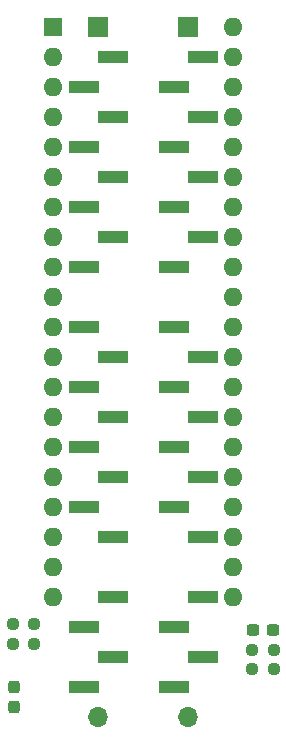
<source format=gbr>
%TF.GenerationSoftware,KiCad,Pcbnew,9.0.7-9.0.7~ubuntu25.10.1*%
%TF.CreationDate,2026-03-01T16:55:49+09:00*%
%TF.ProjectId,bionic-cp1610,62696f6e-6963-42d6-9370-313631302e6b,1*%
%TF.SameCoordinates,Original*%
%TF.FileFunction,Soldermask,Bot*%
%TF.FilePolarity,Negative*%
%FSLAX46Y46*%
G04 Gerber Fmt 4.6, Leading zero omitted, Abs format (unit mm)*
G04 Created by KiCad (PCBNEW 9.0.7-9.0.7~ubuntu25.10.1) date 2026-03-01 16:55:49*
%MOMM*%
%LPD*%
G01*
G04 APERTURE LIST*
G04 Aperture macros list*
%AMRoundRect*
0 Rectangle with rounded corners*
0 $1 Rounding radius*
0 $2 $3 $4 $5 $6 $7 $8 $9 X,Y pos of 4 corners*
0 Add a 4 corners polygon primitive as box body*
4,1,4,$2,$3,$4,$5,$6,$7,$8,$9,$2,$3,0*
0 Add four circle primitives for the rounded corners*
1,1,$1+$1,$2,$3*
1,1,$1+$1,$4,$5*
1,1,$1+$1,$6,$7*
1,1,$1+$1,$8,$9*
0 Add four rect primitives between the rounded corners*
20,1,$1+$1,$2,$3,$4,$5,0*
20,1,$1+$1,$4,$5,$6,$7,0*
20,1,$1+$1,$6,$7,$8,$9,0*
20,1,$1+$1,$8,$9,$2,$3,0*%
G04 Aperture macros list end*
%ADD10R,1.600000X1.600000*%
%ADD11O,1.600000X1.600000*%
%ADD12RoundRect,0.237500X0.250000X0.237500X-0.250000X0.237500X-0.250000X-0.237500X0.250000X-0.237500X0*%
%ADD13RoundRect,0.237500X-0.250000X-0.237500X0.250000X-0.237500X0.250000X0.237500X-0.250000X0.237500X0*%
%ADD14RoundRect,0.237500X0.300000X0.237500X-0.300000X0.237500X-0.300000X-0.237500X0.300000X-0.237500X0*%
%ADD15RoundRect,0.237500X-0.237500X0.300000X-0.237500X-0.300000X0.237500X-0.300000X0.237500X0.300000X0*%
%ADD16O,1.700000X1.700000*%
%ADD17R,2.510000X1.000000*%
%ADD18R,1.700000X1.700000*%
G04 APERTURE END LIST*
D10*
%TO.C,U1*%
X90982800Y-45783600D03*
D11*
X90982800Y-48323600D03*
X90982800Y-50863600D03*
X90982800Y-53403600D03*
X90982800Y-55943600D03*
X90982800Y-58483600D03*
X90982800Y-61023600D03*
X90982800Y-63563600D03*
X90982800Y-66103600D03*
X90982800Y-68643600D03*
X90982800Y-71183600D03*
X90982800Y-73723600D03*
X90982800Y-76263600D03*
X90982800Y-78803600D03*
X90982800Y-81343600D03*
X90982800Y-83883600D03*
X90982800Y-86423600D03*
X90982800Y-88963600D03*
X90982800Y-91503600D03*
X90982800Y-94043600D03*
X106222800Y-94043600D03*
X106222800Y-91503600D03*
X106222800Y-88963600D03*
X106222800Y-86423600D03*
X106222800Y-83883600D03*
X106222800Y-81343600D03*
X106222800Y-78803600D03*
X106222800Y-76263600D03*
X106222800Y-73723600D03*
X106222800Y-71183600D03*
X106222800Y-68643600D03*
X106222800Y-66103600D03*
X106222800Y-63563600D03*
X106222800Y-61023600D03*
X106222800Y-58483600D03*
X106222800Y-55943600D03*
X106222800Y-53403600D03*
X106222800Y-50863600D03*
X106222800Y-48323600D03*
X106222800Y-45783600D03*
%TD*%
D12*
%TO.C,R6*%
X89357200Y-97980600D03*
X87532200Y-97980600D03*
%TD*%
D13*
%TO.C,R4*%
X107826800Y-100139600D03*
X109651800Y-100139600D03*
%TD*%
D14*
%TO.C,C6*%
X109601800Y-96837600D03*
X107876800Y-96837600D03*
%TD*%
D12*
%TO.C,R3*%
X109651800Y-98488600D03*
X107826800Y-98488600D03*
%TD*%
D15*
%TO.C,C9*%
X87680800Y-101640400D03*
X87680800Y-103365400D03*
%TD*%
D13*
%TO.C,R5*%
X87530300Y-96329600D03*
X89355300Y-96329600D03*
%TD*%
D16*
%TO.C,J2*%
X102412800Y-104203600D03*
D17*
X101168200Y-101663600D03*
X103657400Y-99123600D03*
X101168200Y-96583600D03*
X103657400Y-94043600D03*
X103657400Y-88963600D03*
X101168200Y-86423600D03*
X103657400Y-83883600D03*
X101168200Y-81343600D03*
X103657400Y-78803600D03*
X101168200Y-76263600D03*
X103657400Y-73723600D03*
X101168200Y-71183600D03*
X101168200Y-66103600D03*
X103657400Y-63563600D03*
X101168200Y-61023600D03*
X103657400Y-58483600D03*
X101168200Y-55943600D03*
X103657400Y-53403600D03*
X101168200Y-50863600D03*
X103657400Y-48323600D03*
D18*
X102412800Y-45783600D03*
%TD*%
%TO.C,J1*%
X94792800Y-45783600D03*
D17*
X96037400Y-48323600D03*
X93548200Y-50863600D03*
X96037400Y-53403600D03*
X93548200Y-55943600D03*
X96037400Y-58483600D03*
X93548200Y-61023600D03*
X96037400Y-63563600D03*
X93548200Y-66103600D03*
X93548200Y-71183600D03*
X96037400Y-73723600D03*
X93548200Y-76263600D03*
X96037400Y-78803600D03*
X93548200Y-81343600D03*
X96037400Y-83883600D03*
X93548200Y-86423600D03*
X96037400Y-88963600D03*
X96037400Y-94043600D03*
X93548200Y-96583600D03*
X96037400Y-99123600D03*
X93548200Y-101663600D03*
D16*
X94792800Y-104203600D03*
%TD*%
M02*

</source>
